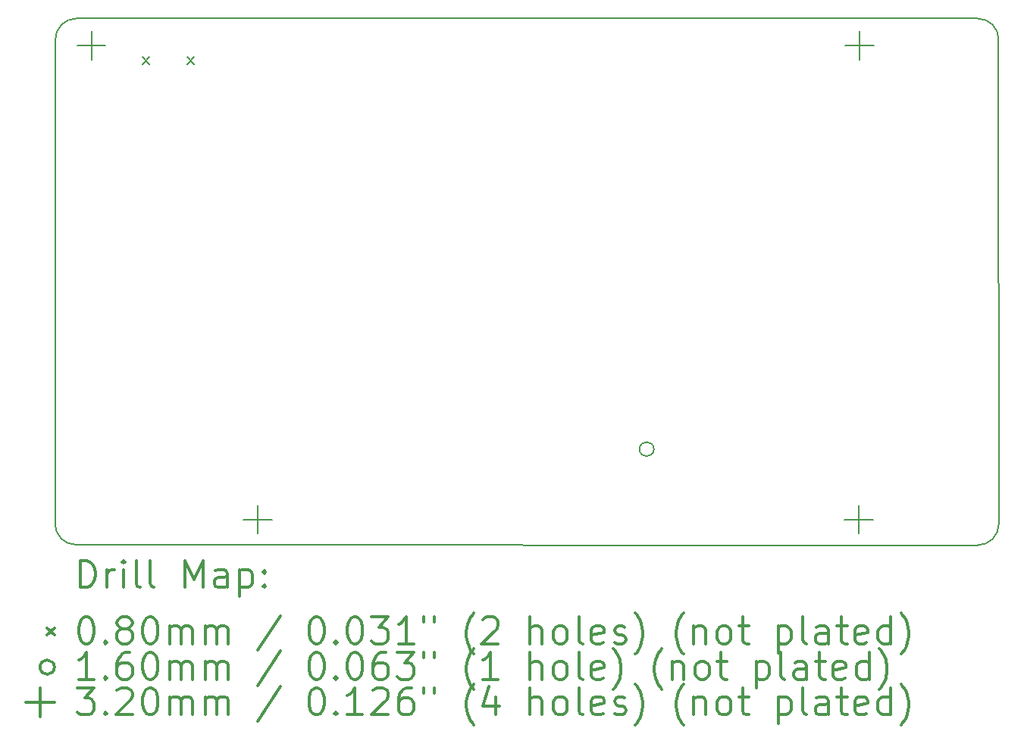
<source format=gbr>
%FSLAX45Y45*%
G04 Gerber Fmt 4.5, Leading zero omitted, Abs format (unit mm)*
G04 Created by KiCad (PCBNEW (5.0.0)) date 12/28/19 15:05:58*
%MOMM*%
%LPD*%
G01*
G04 APERTURE LIST*
%ADD10C,0.150000*%
%ADD11C,0.200000*%
%ADD12C,0.300000*%
G04 APERTURE END LIST*
D10*
X12633043Y-6934148D02*
G75*
G02X12866026Y-6699165I233983J1000D01*
G01*
X23171983Y-12349017D02*
G75*
G02X22939000Y-12584000I-233983J-1000D01*
G01*
X12633043Y-6936148D02*
X12630043Y-12346148D01*
X22941000Y-12584000D02*
X12862000Y-12579000D01*
X12865026Y-12579131D02*
G75*
G02X12630043Y-12346148I-1000J233983D01*
G01*
X12867043Y-6699148D02*
X22934000Y-6699000D01*
X22935017Y-6699000D02*
G75*
G02X23170000Y-6931983I1000J-233983D01*
G01*
X23172000Y-12350000D02*
X23170000Y-6928000D01*
D11*
X13604184Y-7128024D02*
X13684184Y-7208024D01*
X13684184Y-7128024D02*
X13604184Y-7208024D01*
X14104184Y-7128024D02*
X14184184Y-7208024D01*
X14184184Y-7128024D02*
X14104184Y-7208024D01*
X19319043Y-11511148D02*
G75*
G03X19319043Y-11511148I-80000J0D01*
G01*
X21608000Y-12136148D02*
X21608000Y-12456148D01*
X21448000Y-12296148D02*
X21768000Y-12296148D01*
X21615000Y-6841148D02*
X21615000Y-7161148D01*
X21455000Y-7001148D02*
X21775000Y-7001148D01*
X13036043Y-6841148D02*
X13036043Y-7161148D01*
X12876043Y-7001148D02*
X13196043Y-7001148D01*
X14891000Y-12136148D02*
X14891000Y-12456148D01*
X14731000Y-12296148D02*
X15051000Y-12296148D01*
D12*
X12908971Y-13057214D02*
X12908971Y-12757214D01*
X12980400Y-12757214D01*
X13023257Y-12771500D01*
X13051828Y-12800071D01*
X13066114Y-12828643D01*
X13080400Y-12885786D01*
X13080400Y-12928643D01*
X13066114Y-12985786D01*
X13051828Y-13014357D01*
X13023257Y-13042929D01*
X12980400Y-13057214D01*
X12908971Y-13057214D01*
X13208971Y-13057214D02*
X13208971Y-12857214D01*
X13208971Y-12914357D02*
X13223257Y-12885786D01*
X13237543Y-12871500D01*
X13266114Y-12857214D01*
X13294685Y-12857214D01*
X13394685Y-13057214D02*
X13394685Y-12857214D01*
X13394685Y-12757214D02*
X13380400Y-12771500D01*
X13394685Y-12785786D01*
X13408971Y-12771500D01*
X13394685Y-12757214D01*
X13394685Y-12785786D01*
X13580400Y-13057214D02*
X13551828Y-13042929D01*
X13537543Y-13014357D01*
X13537543Y-12757214D01*
X13737543Y-13057214D02*
X13708971Y-13042929D01*
X13694685Y-13014357D01*
X13694685Y-12757214D01*
X14080400Y-13057214D02*
X14080400Y-12757214D01*
X14180400Y-12971500D01*
X14280400Y-12757214D01*
X14280400Y-13057214D01*
X14551828Y-13057214D02*
X14551828Y-12900071D01*
X14537543Y-12871500D01*
X14508971Y-12857214D01*
X14451828Y-12857214D01*
X14423257Y-12871500D01*
X14551828Y-13042929D02*
X14523257Y-13057214D01*
X14451828Y-13057214D01*
X14423257Y-13042929D01*
X14408971Y-13014357D01*
X14408971Y-12985786D01*
X14423257Y-12957214D01*
X14451828Y-12942929D01*
X14523257Y-12942929D01*
X14551828Y-12928643D01*
X14694685Y-12857214D02*
X14694685Y-13157214D01*
X14694685Y-12871500D02*
X14723257Y-12857214D01*
X14780400Y-12857214D01*
X14808971Y-12871500D01*
X14823257Y-12885786D01*
X14837543Y-12914357D01*
X14837543Y-13000071D01*
X14823257Y-13028643D01*
X14808971Y-13042929D01*
X14780400Y-13057214D01*
X14723257Y-13057214D01*
X14694685Y-13042929D01*
X14966114Y-13028643D02*
X14980400Y-13042929D01*
X14966114Y-13057214D01*
X14951828Y-13042929D01*
X14966114Y-13028643D01*
X14966114Y-13057214D01*
X14966114Y-12871500D02*
X14980400Y-12885786D01*
X14966114Y-12900071D01*
X14951828Y-12885786D01*
X14966114Y-12871500D01*
X14966114Y-12900071D01*
X12542543Y-13511500D02*
X12622543Y-13591500D01*
X12622543Y-13511500D02*
X12542543Y-13591500D01*
X12966114Y-13387214D02*
X12994685Y-13387214D01*
X13023257Y-13401500D01*
X13037543Y-13415786D01*
X13051828Y-13444357D01*
X13066114Y-13501500D01*
X13066114Y-13572929D01*
X13051828Y-13630071D01*
X13037543Y-13658643D01*
X13023257Y-13672929D01*
X12994685Y-13687214D01*
X12966114Y-13687214D01*
X12937543Y-13672929D01*
X12923257Y-13658643D01*
X12908971Y-13630071D01*
X12894685Y-13572929D01*
X12894685Y-13501500D01*
X12908971Y-13444357D01*
X12923257Y-13415786D01*
X12937543Y-13401500D01*
X12966114Y-13387214D01*
X13194685Y-13658643D02*
X13208971Y-13672929D01*
X13194685Y-13687214D01*
X13180400Y-13672929D01*
X13194685Y-13658643D01*
X13194685Y-13687214D01*
X13380400Y-13515786D02*
X13351828Y-13501500D01*
X13337543Y-13487214D01*
X13323257Y-13458643D01*
X13323257Y-13444357D01*
X13337543Y-13415786D01*
X13351828Y-13401500D01*
X13380400Y-13387214D01*
X13437543Y-13387214D01*
X13466114Y-13401500D01*
X13480400Y-13415786D01*
X13494685Y-13444357D01*
X13494685Y-13458643D01*
X13480400Y-13487214D01*
X13466114Y-13501500D01*
X13437543Y-13515786D01*
X13380400Y-13515786D01*
X13351828Y-13530071D01*
X13337543Y-13544357D01*
X13323257Y-13572929D01*
X13323257Y-13630071D01*
X13337543Y-13658643D01*
X13351828Y-13672929D01*
X13380400Y-13687214D01*
X13437543Y-13687214D01*
X13466114Y-13672929D01*
X13480400Y-13658643D01*
X13494685Y-13630071D01*
X13494685Y-13572929D01*
X13480400Y-13544357D01*
X13466114Y-13530071D01*
X13437543Y-13515786D01*
X13680400Y-13387214D02*
X13708971Y-13387214D01*
X13737543Y-13401500D01*
X13751828Y-13415786D01*
X13766114Y-13444357D01*
X13780400Y-13501500D01*
X13780400Y-13572929D01*
X13766114Y-13630071D01*
X13751828Y-13658643D01*
X13737543Y-13672929D01*
X13708971Y-13687214D01*
X13680400Y-13687214D01*
X13651828Y-13672929D01*
X13637543Y-13658643D01*
X13623257Y-13630071D01*
X13608971Y-13572929D01*
X13608971Y-13501500D01*
X13623257Y-13444357D01*
X13637543Y-13415786D01*
X13651828Y-13401500D01*
X13680400Y-13387214D01*
X13908971Y-13687214D02*
X13908971Y-13487214D01*
X13908971Y-13515786D02*
X13923257Y-13501500D01*
X13951828Y-13487214D01*
X13994685Y-13487214D01*
X14023257Y-13501500D01*
X14037543Y-13530071D01*
X14037543Y-13687214D01*
X14037543Y-13530071D02*
X14051828Y-13501500D01*
X14080400Y-13487214D01*
X14123257Y-13487214D01*
X14151828Y-13501500D01*
X14166114Y-13530071D01*
X14166114Y-13687214D01*
X14308971Y-13687214D02*
X14308971Y-13487214D01*
X14308971Y-13515786D02*
X14323257Y-13501500D01*
X14351828Y-13487214D01*
X14394685Y-13487214D01*
X14423257Y-13501500D01*
X14437543Y-13530071D01*
X14437543Y-13687214D01*
X14437543Y-13530071D02*
X14451828Y-13501500D01*
X14480400Y-13487214D01*
X14523257Y-13487214D01*
X14551828Y-13501500D01*
X14566114Y-13530071D01*
X14566114Y-13687214D01*
X15151828Y-13372929D02*
X14894685Y-13758643D01*
X15537543Y-13387214D02*
X15566114Y-13387214D01*
X15594685Y-13401500D01*
X15608971Y-13415786D01*
X15623257Y-13444357D01*
X15637543Y-13501500D01*
X15637543Y-13572929D01*
X15623257Y-13630071D01*
X15608971Y-13658643D01*
X15594685Y-13672929D01*
X15566114Y-13687214D01*
X15537543Y-13687214D01*
X15508971Y-13672929D01*
X15494685Y-13658643D01*
X15480400Y-13630071D01*
X15466114Y-13572929D01*
X15466114Y-13501500D01*
X15480400Y-13444357D01*
X15494685Y-13415786D01*
X15508971Y-13401500D01*
X15537543Y-13387214D01*
X15766114Y-13658643D02*
X15780400Y-13672929D01*
X15766114Y-13687214D01*
X15751828Y-13672929D01*
X15766114Y-13658643D01*
X15766114Y-13687214D01*
X15966114Y-13387214D02*
X15994685Y-13387214D01*
X16023257Y-13401500D01*
X16037543Y-13415786D01*
X16051828Y-13444357D01*
X16066114Y-13501500D01*
X16066114Y-13572929D01*
X16051828Y-13630071D01*
X16037543Y-13658643D01*
X16023257Y-13672929D01*
X15994685Y-13687214D01*
X15966114Y-13687214D01*
X15937543Y-13672929D01*
X15923257Y-13658643D01*
X15908971Y-13630071D01*
X15894685Y-13572929D01*
X15894685Y-13501500D01*
X15908971Y-13444357D01*
X15923257Y-13415786D01*
X15937543Y-13401500D01*
X15966114Y-13387214D01*
X16166114Y-13387214D02*
X16351828Y-13387214D01*
X16251828Y-13501500D01*
X16294685Y-13501500D01*
X16323257Y-13515786D01*
X16337543Y-13530071D01*
X16351828Y-13558643D01*
X16351828Y-13630071D01*
X16337543Y-13658643D01*
X16323257Y-13672929D01*
X16294685Y-13687214D01*
X16208971Y-13687214D01*
X16180400Y-13672929D01*
X16166114Y-13658643D01*
X16637543Y-13687214D02*
X16466114Y-13687214D01*
X16551828Y-13687214D02*
X16551828Y-13387214D01*
X16523257Y-13430071D01*
X16494685Y-13458643D01*
X16466114Y-13472929D01*
X16751828Y-13387214D02*
X16751828Y-13444357D01*
X16866114Y-13387214D02*
X16866114Y-13444357D01*
X17308971Y-13801500D02*
X17294686Y-13787214D01*
X17266114Y-13744357D01*
X17251828Y-13715786D01*
X17237543Y-13672929D01*
X17223257Y-13601500D01*
X17223257Y-13544357D01*
X17237543Y-13472929D01*
X17251828Y-13430071D01*
X17266114Y-13401500D01*
X17294686Y-13358643D01*
X17308971Y-13344357D01*
X17408971Y-13415786D02*
X17423257Y-13401500D01*
X17451828Y-13387214D01*
X17523257Y-13387214D01*
X17551828Y-13401500D01*
X17566114Y-13415786D01*
X17580400Y-13444357D01*
X17580400Y-13472929D01*
X17566114Y-13515786D01*
X17394686Y-13687214D01*
X17580400Y-13687214D01*
X17937543Y-13687214D02*
X17937543Y-13387214D01*
X18066114Y-13687214D02*
X18066114Y-13530071D01*
X18051828Y-13501500D01*
X18023257Y-13487214D01*
X17980400Y-13487214D01*
X17951828Y-13501500D01*
X17937543Y-13515786D01*
X18251828Y-13687214D02*
X18223257Y-13672929D01*
X18208971Y-13658643D01*
X18194686Y-13630071D01*
X18194686Y-13544357D01*
X18208971Y-13515786D01*
X18223257Y-13501500D01*
X18251828Y-13487214D01*
X18294686Y-13487214D01*
X18323257Y-13501500D01*
X18337543Y-13515786D01*
X18351828Y-13544357D01*
X18351828Y-13630071D01*
X18337543Y-13658643D01*
X18323257Y-13672929D01*
X18294686Y-13687214D01*
X18251828Y-13687214D01*
X18523257Y-13687214D02*
X18494686Y-13672929D01*
X18480400Y-13644357D01*
X18480400Y-13387214D01*
X18751828Y-13672929D02*
X18723257Y-13687214D01*
X18666114Y-13687214D01*
X18637543Y-13672929D01*
X18623257Y-13644357D01*
X18623257Y-13530071D01*
X18637543Y-13501500D01*
X18666114Y-13487214D01*
X18723257Y-13487214D01*
X18751828Y-13501500D01*
X18766114Y-13530071D01*
X18766114Y-13558643D01*
X18623257Y-13587214D01*
X18880400Y-13672929D02*
X18908971Y-13687214D01*
X18966114Y-13687214D01*
X18994686Y-13672929D01*
X19008971Y-13644357D01*
X19008971Y-13630071D01*
X18994686Y-13601500D01*
X18966114Y-13587214D01*
X18923257Y-13587214D01*
X18894686Y-13572929D01*
X18880400Y-13544357D01*
X18880400Y-13530071D01*
X18894686Y-13501500D01*
X18923257Y-13487214D01*
X18966114Y-13487214D01*
X18994686Y-13501500D01*
X19108971Y-13801500D02*
X19123257Y-13787214D01*
X19151828Y-13744357D01*
X19166114Y-13715786D01*
X19180400Y-13672929D01*
X19194686Y-13601500D01*
X19194686Y-13544357D01*
X19180400Y-13472929D01*
X19166114Y-13430071D01*
X19151828Y-13401500D01*
X19123257Y-13358643D01*
X19108971Y-13344357D01*
X19651828Y-13801500D02*
X19637543Y-13787214D01*
X19608971Y-13744357D01*
X19594686Y-13715786D01*
X19580400Y-13672929D01*
X19566114Y-13601500D01*
X19566114Y-13544357D01*
X19580400Y-13472929D01*
X19594686Y-13430071D01*
X19608971Y-13401500D01*
X19637543Y-13358643D01*
X19651828Y-13344357D01*
X19766114Y-13487214D02*
X19766114Y-13687214D01*
X19766114Y-13515786D02*
X19780400Y-13501500D01*
X19808971Y-13487214D01*
X19851828Y-13487214D01*
X19880400Y-13501500D01*
X19894686Y-13530071D01*
X19894686Y-13687214D01*
X20080400Y-13687214D02*
X20051828Y-13672929D01*
X20037543Y-13658643D01*
X20023257Y-13630071D01*
X20023257Y-13544357D01*
X20037543Y-13515786D01*
X20051828Y-13501500D01*
X20080400Y-13487214D01*
X20123257Y-13487214D01*
X20151828Y-13501500D01*
X20166114Y-13515786D01*
X20180400Y-13544357D01*
X20180400Y-13630071D01*
X20166114Y-13658643D01*
X20151828Y-13672929D01*
X20123257Y-13687214D01*
X20080400Y-13687214D01*
X20266114Y-13487214D02*
X20380400Y-13487214D01*
X20308971Y-13387214D02*
X20308971Y-13644357D01*
X20323257Y-13672929D01*
X20351828Y-13687214D01*
X20380400Y-13687214D01*
X20708971Y-13487214D02*
X20708971Y-13787214D01*
X20708971Y-13501500D02*
X20737543Y-13487214D01*
X20794686Y-13487214D01*
X20823257Y-13501500D01*
X20837543Y-13515786D01*
X20851828Y-13544357D01*
X20851828Y-13630071D01*
X20837543Y-13658643D01*
X20823257Y-13672929D01*
X20794686Y-13687214D01*
X20737543Y-13687214D01*
X20708971Y-13672929D01*
X21023257Y-13687214D02*
X20994686Y-13672929D01*
X20980400Y-13644357D01*
X20980400Y-13387214D01*
X21266114Y-13687214D02*
X21266114Y-13530071D01*
X21251828Y-13501500D01*
X21223257Y-13487214D01*
X21166114Y-13487214D01*
X21137543Y-13501500D01*
X21266114Y-13672929D02*
X21237543Y-13687214D01*
X21166114Y-13687214D01*
X21137543Y-13672929D01*
X21123257Y-13644357D01*
X21123257Y-13615786D01*
X21137543Y-13587214D01*
X21166114Y-13572929D01*
X21237543Y-13572929D01*
X21266114Y-13558643D01*
X21366114Y-13487214D02*
X21480400Y-13487214D01*
X21408971Y-13387214D02*
X21408971Y-13644357D01*
X21423257Y-13672929D01*
X21451828Y-13687214D01*
X21480400Y-13687214D01*
X21694686Y-13672929D02*
X21666114Y-13687214D01*
X21608971Y-13687214D01*
X21580400Y-13672929D01*
X21566114Y-13644357D01*
X21566114Y-13530071D01*
X21580400Y-13501500D01*
X21608971Y-13487214D01*
X21666114Y-13487214D01*
X21694686Y-13501500D01*
X21708971Y-13530071D01*
X21708971Y-13558643D01*
X21566114Y-13587214D01*
X21966114Y-13687214D02*
X21966114Y-13387214D01*
X21966114Y-13672929D02*
X21937543Y-13687214D01*
X21880400Y-13687214D01*
X21851828Y-13672929D01*
X21837543Y-13658643D01*
X21823257Y-13630071D01*
X21823257Y-13544357D01*
X21837543Y-13515786D01*
X21851828Y-13501500D01*
X21880400Y-13487214D01*
X21937543Y-13487214D01*
X21966114Y-13501500D01*
X22080400Y-13801500D02*
X22094686Y-13787214D01*
X22123257Y-13744357D01*
X22137543Y-13715786D01*
X22151828Y-13672929D01*
X22166114Y-13601500D01*
X22166114Y-13544357D01*
X22151828Y-13472929D01*
X22137543Y-13430071D01*
X22123257Y-13401500D01*
X22094686Y-13358643D01*
X22080400Y-13344357D01*
X12622543Y-13947500D02*
G75*
G03X12622543Y-13947500I-80000J0D01*
G01*
X13066114Y-14083214D02*
X12894685Y-14083214D01*
X12980400Y-14083214D02*
X12980400Y-13783214D01*
X12951828Y-13826071D01*
X12923257Y-13854643D01*
X12894685Y-13868929D01*
X13194685Y-14054643D02*
X13208971Y-14068929D01*
X13194685Y-14083214D01*
X13180400Y-14068929D01*
X13194685Y-14054643D01*
X13194685Y-14083214D01*
X13466114Y-13783214D02*
X13408971Y-13783214D01*
X13380400Y-13797500D01*
X13366114Y-13811786D01*
X13337543Y-13854643D01*
X13323257Y-13911786D01*
X13323257Y-14026071D01*
X13337543Y-14054643D01*
X13351828Y-14068929D01*
X13380400Y-14083214D01*
X13437543Y-14083214D01*
X13466114Y-14068929D01*
X13480400Y-14054643D01*
X13494685Y-14026071D01*
X13494685Y-13954643D01*
X13480400Y-13926071D01*
X13466114Y-13911786D01*
X13437543Y-13897500D01*
X13380400Y-13897500D01*
X13351828Y-13911786D01*
X13337543Y-13926071D01*
X13323257Y-13954643D01*
X13680400Y-13783214D02*
X13708971Y-13783214D01*
X13737543Y-13797500D01*
X13751828Y-13811786D01*
X13766114Y-13840357D01*
X13780400Y-13897500D01*
X13780400Y-13968929D01*
X13766114Y-14026071D01*
X13751828Y-14054643D01*
X13737543Y-14068929D01*
X13708971Y-14083214D01*
X13680400Y-14083214D01*
X13651828Y-14068929D01*
X13637543Y-14054643D01*
X13623257Y-14026071D01*
X13608971Y-13968929D01*
X13608971Y-13897500D01*
X13623257Y-13840357D01*
X13637543Y-13811786D01*
X13651828Y-13797500D01*
X13680400Y-13783214D01*
X13908971Y-14083214D02*
X13908971Y-13883214D01*
X13908971Y-13911786D02*
X13923257Y-13897500D01*
X13951828Y-13883214D01*
X13994685Y-13883214D01*
X14023257Y-13897500D01*
X14037543Y-13926071D01*
X14037543Y-14083214D01*
X14037543Y-13926071D02*
X14051828Y-13897500D01*
X14080400Y-13883214D01*
X14123257Y-13883214D01*
X14151828Y-13897500D01*
X14166114Y-13926071D01*
X14166114Y-14083214D01*
X14308971Y-14083214D02*
X14308971Y-13883214D01*
X14308971Y-13911786D02*
X14323257Y-13897500D01*
X14351828Y-13883214D01*
X14394685Y-13883214D01*
X14423257Y-13897500D01*
X14437543Y-13926071D01*
X14437543Y-14083214D01*
X14437543Y-13926071D02*
X14451828Y-13897500D01*
X14480400Y-13883214D01*
X14523257Y-13883214D01*
X14551828Y-13897500D01*
X14566114Y-13926071D01*
X14566114Y-14083214D01*
X15151828Y-13768929D02*
X14894685Y-14154643D01*
X15537543Y-13783214D02*
X15566114Y-13783214D01*
X15594685Y-13797500D01*
X15608971Y-13811786D01*
X15623257Y-13840357D01*
X15637543Y-13897500D01*
X15637543Y-13968929D01*
X15623257Y-14026071D01*
X15608971Y-14054643D01*
X15594685Y-14068929D01*
X15566114Y-14083214D01*
X15537543Y-14083214D01*
X15508971Y-14068929D01*
X15494685Y-14054643D01*
X15480400Y-14026071D01*
X15466114Y-13968929D01*
X15466114Y-13897500D01*
X15480400Y-13840357D01*
X15494685Y-13811786D01*
X15508971Y-13797500D01*
X15537543Y-13783214D01*
X15766114Y-14054643D02*
X15780400Y-14068929D01*
X15766114Y-14083214D01*
X15751828Y-14068929D01*
X15766114Y-14054643D01*
X15766114Y-14083214D01*
X15966114Y-13783214D02*
X15994685Y-13783214D01*
X16023257Y-13797500D01*
X16037543Y-13811786D01*
X16051828Y-13840357D01*
X16066114Y-13897500D01*
X16066114Y-13968929D01*
X16051828Y-14026071D01*
X16037543Y-14054643D01*
X16023257Y-14068929D01*
X15994685Y-14083214D01*
X15966114Y-14083214D01*
X15937543Y-14068929D01*
X15923257Y-14054643D01*
X15908971Y-14026071D01*
X15894685Y-13968929D01*
X15894685Y-13897500D01*
X15908971Y-13840357D01*
X15923257Y-13811786D01*
X15937543Y-13797500D01*
X15966114Y-13783214D01*
X16323257Y-13783214D02*
X16266114Y-13783214D01*
X16237543Y-13797500D01*
X16223257Y-13811786D01*
X16194685Y-13854643D01*
X16180400Y-13911786D01*
X16180400Y-14026071D01*
X16194685Y-14054643D01*
X16208971Y-14068929D01*
X16237543Y-14083214D01*
X16294685Y-14083214D01*
X16323257Y-14068929D01*
X16337543Y-14054643D01*
X16351828Y-14026071D01*
X16351828Y-13954643D01*
X16337543Y-13926071D01*
X16323257Y-13911786D01*
X16294685Y-13897500D01*
X16237543Y-13897500D01*
X16208971Y-13911786D01*
X16194685Y-13926071D01*
X16180400Y-13954643D01*
X16451828Y-13783214D02*
X16637543Y-13783214D01*
X16537543Y-13897500D01*
X16580400Y-13897500D01*
X16608971Y-13911786D01*
X16623257Y-13926071D01*
X16637543Y-13954643D01*
X16637543Y-14026071D01*
X16623257Y-14054643D01*
X16608971Y-14068929D01*
X16580400Y-14083214D01*
X16494685Y-14083214D01*
X16466114Y-14068929D01*
X16451828Y-14054643D01*
X16751828Y-13783214D02*
X16751828Y-13840357D01*
X16866114Y-13783214D02*
X16866114Y-13840357D01*
X17308971Y-14197500D02*
X17294686Y-14183214D01*
X17266114Y-14140357D01*
X17251828Y-14111786D01*
X17237543Y-14068929D01*
X17223257Y-13997500D01*
X17223257Y-13940357D01*
X17237543Y-13868929D01*
X17251828Y-13826071D01*
X17266114Y-13797500D01*
X17294686Y-13754643D01*
X17308971Y-13740357D01*
X17580400Y-14083214D02*
X17408971Y-14083214D01*
X17494686Y-14083214D02*
X17494686Y-13783214D01*
X17466114Y-13826071D01*
X17437543Y-13854643D01*
X17408971Y-13868929D01*
X17937543Y-14083214D02*
X17937543Y-13783214D01*
X18066114Y-14083214D02*
X18066114Y-13926071D01*
X18051828Y-13897500D01*
X18023257Y-13883214D01*
X17980400Y-13883214D01*
X17951828Y-13897500D01*
X17937543Y-13911786D01*
X18251828Y-14083214D02*
X18223257Y-14068929D01*
X18208971Y-14054643D01*
X18194686Y-14026071D01*
X18194686Y-13940357D01*
X18208971Y-13911786D01*
X18223257Y-13897500D01*
X18251828Y-13883214D01*
X18294686Y-13883214D01*
X18323257Y-13897500D01*
X18337543Y-13911786D01*
X18351828Y-13940357D01*
X18351828Y-14026071D01*
X18337543Y-14054643D01*
X18323257Y-14068929D01*
X18294686Y-14083214D01*
X18251828Y-14083214D01*
X18523257Y-14083214D02*
X18494686Y-14068929D01*
X18480400Y-14040357D01*
X18480400Y-13783214D01*
X18751828Y-14068929D02*
X18723257Y-14083214D01*
X18666114Y-14083214D01*
X18637543Y-14068929D01*
X18623257Y-14040357D01*
X18623257Y-13926071D01*
X18637543Y-13897500D01*
X18666114Y-13883214D01*
X18723257Y-13883214D01*
X18751828Y-13897500D01*
X18766114Y-13926071D01*
X18766114Y-13954643D01*
X18623257Y-13983214D01*
X18866114Y-14197500D02*
X18880400Y-14183214D01*
X18908971Y-14140357D01*
X18923257Y-14111786D01*
X18937543Y-14068929D01*
X18951828Y-13997500D01*
X18951828Y-13940357D01*
X18937543Y-13868929D01*
X18923257Y-13826071D01*
X18908971Y-13797500D01*
X18880400Y-13754643D01*
X18866114Y-13740357D01*
X19408971Y-14197500D02*
X19394686Y-14183214D01*
X19366114Y-14140357D01*
X19351828Y-14111786D01*
X19337543Y-14068929D01*
X19323257Y-13997500D01*
X19323257Y-13940357D01*
X19337543Y-13868929D01*
X19351828Y-13826071D01*
X19366114Y-13797500D01*
X19394686Y-13754643D01*
X19408971Y-13740357D01*
X19523257Y-13883214D02*
X19523257Y-14083214D01*
X19523257Y-13911786D02*
X19537543Y-13897500D01*
X19566114Y-13883214D01*
X19608971Y-13883214D01*
X19637543Y-13897500D01*
X19651828Y-13926071D01*
X19651828Y-14083214D01*
X19837543Y-14083214D02*
X19808971Y-14068929D01*
X19794686Y-14054643D01*
X19780400Y-14026071D01*
X19780400Y-13940357D01*
X19794686Y-13911786D01*
X19808971Y-13897500D01*
X19837543Y-13883214D01*
X19880400Y-13883214D01*
X19908971Y-13897500D01*
X19923257Y-13911786D01*
X19937543Y-13940357D01*
X19937543Y-14026071D01*
X19923257Y-14054643D01*
X19908971Y-14068929D01*
X19880400Y-14083214D01*
X19837543Y-14083214D01*
X20023257Y-13883214D02*
X20137543Y-13883214D01*
X20066114Y-13783214D02*
X20066114Y-14040357D01*
X20080400Y-14068929D01*
X20108971Y-14083214D01*
X20137543Y-14083214D01*
X20466114Y-13883214D02*
X20466114Y-14183214D01*
X20466114Y-13897500D02*
X20494686Y-13883214D01*
X20551828Y-13883214D01*
X20580400Y-13897500D01*
X20594686Y-13911786D01*
X20608971Y-13940357D01*
X20608971Y-14026071D01*
X20594686Y-14054643D01*
X20580400Y-14068929D01*
X20551828Y-14083214D01*
X20494686Y-14083214D01*
X20466114Y-14068929D01*
X20780400Y-14083214D02*
X20751828Y-14068929D01*
X20737543Y-14040357D01*
X20737543Y-13783214D01*
X21023257Y-14083214D02*
X21023257Y-13926071D01*
X21008971Y-13897500D01*
X20980400Y-13883214D01*
X20923257Y-13883214D01*
X20894686Y-13897500D01*
X21023257Y-14068929D02*
X20994686Y-14083214D01*
X20923257Y-14083214D01*
X20894686Y-14068929D01*
X20880400Y-14040357D01*
X20880400Y-14011786D01*
X20894686Y-13983214D01*
X20923257Y-13968929D01*
X20994686Y-13968929D01*
X21023257Y-13954643D01*
X21123257Y-13883214D02*
X21237543Y-13883214D01*
X21166114Y-13783214D02*
X21166114Y-14040357D01*
X21180400Y-14068929D01*
X21208971Y-14083214D01*
X21237543Y-14083214D01*
X21451828Y-14068929D02*
X21423257Y-14083214D01*
X21366114Y-14083214D01*
X21337543Y-14068929D01*
X21323257Y-14040357D01*
X21323257Y-13926071D01*
X21337543Y-13897500D01*
X21366114Y-13883214D01*
X21423257Y-13883214D01*
X21451828Y-13897500D01*
X21466114Y-13926071D01*
X21466114Y-13954643D01*
X21323257Y-13983214D01*
X21723257Y-14083214D02*
X21723257Y-13783214D01*
X21723257Y-14068929D02*
X21694686Y-14083214D01*
X21637543Y-14083214D01*
X21608971Y-14068929D01*
X21594686Y-14054643D01*
X21580400Y-14026071D01*
X21580400Y-13940357D01*
X21594686Y-13911786D01*
X21608971Y-13897500D01*
X21637543Y-13883214D01*
X21694686Y-13883214D01*
X21723257Y-13897500D01*
X21837543Y-14197500D02*
X21851828Y-14183214D01*
X21880400Y-14140357D01*
X21894686Y-14111786D01*
X21908971Y-14068929D01*
X21923257Y-13997500D01*
X21923257Y-13940357D01*
X21908971Y-13868929D01*
X21894686Y-13826071D01*
X21880400Y-13797500D01*
X21851828Y-13754643D01*
X21837543Y-13740357D01*
X12462543Y-14183500D02*
X12462543Y-14503500D01*
X12302543Y-14343500D02*
X12622543Y-14343500D01*
X12880400Y-14179214D02*
X13066114Y-14179214D01*
X12966114Y-14293500D01*
X13008971Y-14293500D01*
X13037543Y-14307786D01*
X13051828Y-14322071D01*
X13066114Y-14350643D01*
X13066114Y-14422071D01*
X13051828Y-14450643D01*
X13037543Y-14464929D01*
X13008971Y-14479214D01*
X12923257Y-14479214D01*
X12894685Y-14464929D01*
X12880400Y-14450643D01*
X13194685Y-14450643D02*
X13208971Y-14464929D01*
X13194685Y-14479214D01*
X13180400Y-14464929D01*
X13194685Y-14450643D01*
X13194685Y-14479214D01*
X13323257Y-14207786D02*
X13337543Y-14193500D01*
X13366114Y-14179214D01*
X13437543Y-14179214D01*
X13466114Y-14193500D01*
X13480400Y-14207786D01*
X13494685Y-14236357D01*
X13494685Y-14264929D01*
X13480400Y-14307786D01*
X13308971Y-14479214D01*
X13494685Y-14479214D01*
X13680400Y-14179214D02*
X13708971Y-14179214D01*
X13737543Y-14193500D01*
X13751828Y-14207786D01*
X13766114Y-14236357D01*
X13780400Y-14293500D01*
X13780400Y-14364929D01*
X13766114Y-14422071D01*
X13751828Y-14450643D01*
X13737543Y-14464929D01*
X13708971Y-14479214D01*
X13680400Y-14479214D01*
X13651828Y-14464929D01*
X13637543Y-14450643D01*
X13623257Y-14422071D01*
X13608971Y-14364929D01*
X13608971Y-14293500D01*
X13623257Y-14236357D01*
X13637543Y-14207786D01*
X13651828Y-14193500D01*
X13680400Y-14179214D01*
X13908971Y-14479214D02*
X13908971Y-14279214D01*
X13908971Y-14307786D02*
X13923257Y-14293500D01*
X13951828Y-14279214D01*
X13994685Y-14279214D01*
X14023257Y-14293500D01*
X14037543Y-14322071D01*
X14037543Y-14479214D01*
X14037543Y-14322071D02*
X14051828Y-14293500D01*
X14080400Y-14279214D01*
X14123257Y-14279214D01*
X14151828Y-14293500D01*
X14166114Y-14322071D01*
X14166114Y-14479214D01*
X14308971Y-14479214D02*
X14308971Y-14279214D01*
X14308971Y-14307786D02*
X14323257Y-14293500D01*
X14351828Y-14279214D01*
X14394685Y-14279214D01*
X14423257Y-14293500D01*
X14437543Y-14322071D01*
X14437543Y-14479214D01*
X14437543Y-14322071D02*
X14451828Y-14293500D01*
X14480400Y-14279214D01*
X14523257Y-14279214D01*
X14551828Y-14293500D01*
X14566114Y-14322071D01*
X14566114Y-14479214D01*
X15151828Y-14164929D02*
X14894685Y-14550643D01*
X15537543Y-14179214D02*
X15566114Y-14179214D01*
X15594685Y-14193500D01*
X15608971Y-14207786D01*
X15623257Y-14236357D01*
X15637543Y-14293500D01*
X15637543Y-14364929D01*
X15623257Y-14422071D01*
X15608971Y-14450643D01*
X15594685Y-14464929D01*
X15566114Y-14479214D01*
X15537543Y-14479214D01*
X15508971Y-14464929D01*
X15494685Y-14450643D01*
X15480400Y-14422071D01*
X15466114Y-14364929D01*
X15466114Y-14293500D01*
X15480400Y-14236357D01*
X15494685Y-14207786D01*
X15508971Y-14193500D01*
X15537543Y-14179214D01*
X15766114Y-14450643D02*
X15780400Y-14464929D01*
X15766114Y-14479214D01*
X15751828Y-14464929D01*
X15766114Y-14450643D01*
X15766114Y-14479214D01*
X16066114Y-14479214D02*
X15894685Y-14479214D01*
X15980400Y-14479214D02*
X15980400Y-14179214D01*
X15951828Y-14222071D01*
X15923257Y-14250643D01*
X15894685Y-14264929D01*
X16180400Y-14207786D02*
X16194685Y-14193500D01*
X16223257Y-14179214D01*
X16294685Y-14179214D01*
X16323257Y-14193500D01*
X16337543Y-14207786D01*
X16351828Y-14236357D01*
X16351828Y-14264929D01*
X16337543Y-14307786D01*
X16166114Y-14479214D01*
X16351828Y-14479214D01*
X16608971Y-14179214D02*
X16551828Y-14179214D01*
X16523257Y-14193500D01*
X16508971Y-14207786D01*
X16480400Y-14250643D01*
X16466114Y-14307786D01*
X16466114Y-14422071D01*
X16480400Y-14450643D01*
X16494685Y-14464929D01*
X16523257Y-14479214D01*
X16580400Y-14479214D01*
X16608971Y-14464929D01*
X16623257Y-14450643D01*
X16637543Y-14422071D01*
X16637543Y-14350643D01*
X16623257Y-14322071D01*
X16608971Y-14307786D01*
X16580400Y-14293500D01*
X16523257Y-14293500D01*
X16494685Y-14307786D01*
X16480400Y-14322071D01*
X16466114Y-14350643D01*
X16751828Y-14179214D02*
X16751828Y-14236357D01*
X16866114Y-14179214D02*
X16866114Y-14236357D01*
X17308971Y-14593500D02*
X17294686Y-14579214D01*
X17266114Y-14536357D01*
X17251828Y-14507786D01*
X17237543Y-14464929D01*
X17223257Y-14393500D01*
X17223257Y-14336357D01*
X17237543Y-14264929D01*
X17251828Y-14222071D01*
X17266114Y-14193500D01*
X17294686Y-14150643D01*
X17308971Y-14136357D01*
X17551828Y-14279214D02*
X17551828Y-14479214D01*
X17480400Y-14164929D02*
X17408971Y-14379214D01*
X17594686Y-14379214D01*
X17937543Y-14479214D02*
X17937543Y-14179214D01*
X18066114Y-14479214D02*
X18066114Y-14322071D01*
X18051828Y-14293500D01*
X18023257Y-14279214D01*
X17980400Y-14279214D01*
X17951828Y-14293500D01*
X17937543Y-14307786D01*
X18251828Y-14479214D02*
X18223257Y-14464929D01*
X18208971Y-14450643D01*
X18194686Y-14422071D01*
X18194686Y-14336357D01*
X18208971Y-14307786D01*
X18223257Y-14293500D01*
X18251828Y-14279214D01*
X18294686Y-14279214D01*
X18323257Y-14293500D01*
X18337543Y-14307786D01*
X18351828Y-14336357D01*
X18351828Y-14422071D01*
X18337543Y-14450643D01*
X18323257Y-14464929D01*
X18294686Y-14479214D01*
X18251828Y-14479214D01*
X18523257Y-14479214D02*
X18494686Y-14464929D01*
X18480400Y-14436357D01*
X18480400Y-14179214D01*
X18751828Y-14464929D02*
X18723257Y-14479214D01*
X18666114Y-14479214D01*
X18637543Y-14464929D01*
X18623257Y-14436357D01*
X18623257Y-14322071D01*
X18637543Y-14293500D01*
X18666114Y-14279214D01*
X18723257Y-14279214D01*
X18751828Y-14293500D01*
X18766114Y-14322071D01*
X18766114Y-14350643D01*
X18623257Y-14379214D01*
X18880400Y-14464929D02*
X18908971Y-14479214D01*
X18966114Y-14479214D01*
X18994686Y-14464929D01*
X19008971Y-14436357D01*
X19008971Y-14422071D01*
X18994686Y-14393500D01*
X18966114Y-14379214D01*
X18923257Y-14379214D01*
X18894686Y-14364929D01*
X18880400Y-14336357D01*
X18880400Y-14322071D01*
X18894686Y-14293500D01*
X18923257Y-14279214D01*
X18966114Y-14279214D01*
X18994686Y-14293500D01*
X19108971Y-14593500D02*
X19123257Y-14579214D01*
X19151828Y-14536357D01*
X19166114Y-14507786D01*
X19180400Y-14464929D01*
X19194686Y-14393500D01*
X19194686Y-14336357D01*
X19180400Y-14264929D01*
X19166114Y-14222071D01*
X19151828Y-14193500D01*
X19123257Y-14150643D01*
X19108971Y-14136357D01*
X19651828Y-14593500D02*
X19637543Y-14579214D01*
X19608971Y-14536357D01*
X19594686Y-14507786D01*
X19580400Y-14464929D01*
X19566114Y-14393500D01*
X19566114Y-14336357D01*
X19580400Y-14264929D01*
X19594686Y-14222071D01*
X19608971Y-14193500D01*
X19637543Y-14150643D01*
X19651828Y-14136357D01*
X19766114Y-14279214D02*
X19766114Y-14479214D01*
X19766114Y-14307786D02*
X19780400Y-14293500D01*
X19808971Y-14279214D01*
X19851828Y-14279214D01*
X19880400Y-14293500D01*
X19894686Y-14322071D01*
X19894686Y-14479214D01*
X20080400Y-14479214D02*
X20051828Y-14464929D01*
X20037543Y-14450643D01*
X20023257Y-14422071D01*
X20023257Y-14336357D01*
X20037543Y-14307786D01*
X20051828Y-14293500D01*
X20080400Y-14279214D01*
X20123257Y-14279214D01*
X20151828Y-14293500D01*
X20166114Y-14307786D01*
X20180400Y-14336357D01*
X20180400Y-14422071D01*
X20166114Y-14450643D01*
X20151828Y-14464929D01*
X20123257Y-14479214D01*
X20080400Y-14479214D01*
X20266114Y-14279214D02*
X20380400Y-14279214D01*
X20308971Y-14179214D02*
X20308971Y-14436357D01*
X20323257Y-14464929D01*
X20351828Y-14479214D01*
X20380400Y-14479214D01*
X20708971Y-14279214D02*
X20708971Y-14579214D01*
X20708971Y-14293500D02*
X20737543Y-14279214D01*
X20794686Y-14279214D01*
X20823257Y-14293500D01*
X20837543Y-14307786D01*
X20851828Y-14336357D01*
X20851828Y-14422071D01*
X20837543Y-14450643D01*
X20823257Y-14464929D01*
X20794686Y-14479214D01*
X20737543Y-14479214D01*
X20708971Y-14464929D01*
X21023257Y-14479214D02*
X20994686Y-14464929D01*
X20980400Y-14436357D01*
X20980400Y-14179214D01*
X21266114Y-14479214D02*
X21266114Y-14322071D01*
X21251828Y-14293500D01*
X21223257Y-14279214D01*
X21166114Y-14279214D01*
X21137543Y-14293500D01*
X21266114Y-14464929D02*
X21237543Y-14479214D01*
X21166114Y-14479214D01*
X21137543Y-14464929D01*
X21123257Y-14436357D01*
X21123257Y-14407786D01*
X21137543Y-14379214D01*
X21166114Y-14364929D01*
X21237543Y-14364929D01*
X21266114Y-14350643D01*
X21366114Y-14279214D02*
X21480400Y-14279214D01*
X21408971Y-14179214D02*
X21408971Y-14436357D01*
X21423257Y-14464929D01*
X21451828Y-14479214D01*
X21480400Y-14479214D01*
X21694686Y-14464929D02*
X21666114Y-14479214D01*
X21608971Y-14479214D01*
X21580400Y-14464929D01*
X21566114Y-14436357D01*
X21566114Y-14322071D01*
X21580400Y-14293500D01*
X21608971Y-14279214D01*
X21666114Y-14279214D01*
X21694686Y-14293500D01*
X21708971Y-14322071D01*
X21708971Y-14350643D01*
X21566114Y-14379214D01*
X21966114Y-14479214D02*
X21966114Y-14179214D01*
X21966114Y-14464929D02*
X21937543Y-14479214D01*
X21880400Y-14479214D01*
X21851828Y-14464929D01*
X21837543Y-14450643D01*
X21823257Y-14422071D01*
X21823257Y-14336357D01*
X21837543Y-14307786D01*
X21851828Y-14293500D01*
X21880400Y-14279214D01*
X21937543Y-14279214D01*
X21966114Y-14293500D01*
X22080400Y-14593500D02*
X22094686Y-14579214D01*
X22123257Y-14536357D01*
X22137543Y-14507786D01*
X22151828Y-14464929D01*
X22166114Y-14393500D01*
X22166114Y-14336357D01*
X22151828Y-14264929D01*
X22137543Y-14222071D01*
X22123257Y-14193500D01*
X22094686Y-14150643D01*
X22080400Y-14136357D01*
M02*

</source>
